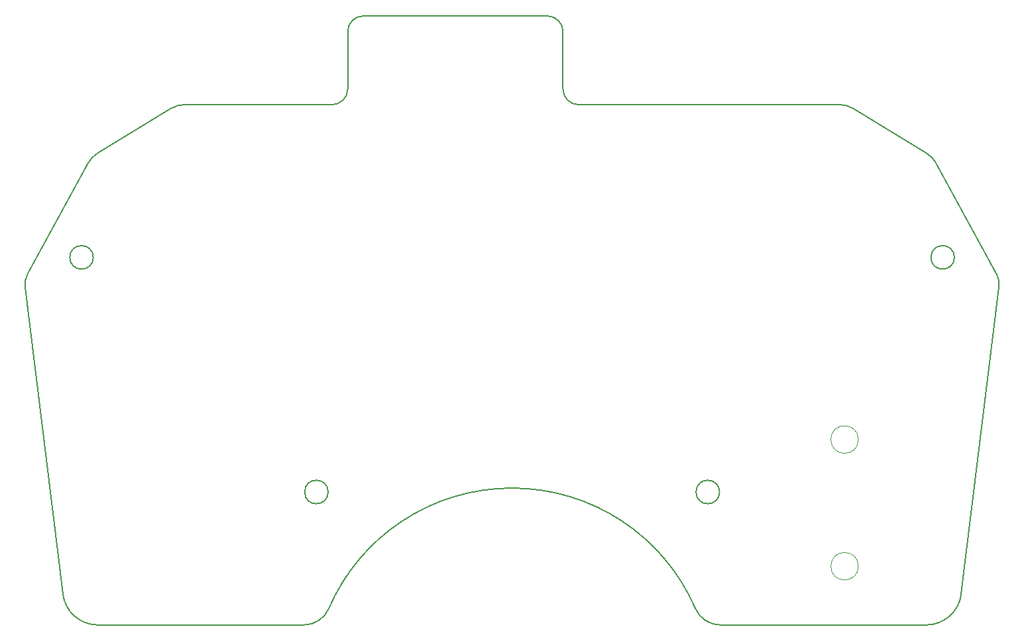
<source format=gbr>
%TF.GenerationSoftware,KiCad,Pcbnew,7.0.8*%
%TF.CreationDate,2023-10-07T23:20:30+02:00*%
%TF.ProjectId,FC_Wheel_PCB,46435f57-6865-4656-9c5f-5043422e6b69,rev?*%
%TF.SameCoordinates,Original*%
%TF.FileFunction,Profile,NP*%
%FSLAX46Y46*%
G04 Gerber Fmt 4.6, Leading zero omitted, Abs format (unit mm)*
G04 Created by KiCad (PCBNEW 7.0.8) date 2023-10-07 23:20:30*
%MOMM*%
%LPD*%
G01*
G04 APERTURE LIST*
%TA.AperFunction,Profile*%
%ADD10C,0.200000*%
%TD*%
%TA.AperFunction,Profile*%
%ADD11C,0.100000*%
%TD*%
G04 APERTURE END LIST*
D10*
X157299759Y-144669076D02*
X183597107Y-144669076D01*
X107699226Y-78145826D02*
G75*
G03*
X109699226Y-76145823I-26J2000026D01*
G01*
X68845668Y-99694715D02*
G75*
G03*
X68500001Y-101500000I2631932J-1439685D01*
G01*
X77801345Y-144669076D02*
X104098693Y-144669076D01*
X68500000Y-101500000D02*
X73312915Y-140698049D01*
X137199219Y-68804081D02*
G75*
G03*
X135199226Y-66804081I-2000019J-19D01*
G01*
X107699226Y-78145823D02*
X88812787Y-78145823D01*
X187199226Y-97669076D02*
G75*
G03*
X187199226Y-97669076I-1500000J0D01*
G01*
X172585665Y-78145823D02*
X139199226Y-78145823D01*
X157199226Y-127669076D02*
G75*
G03*
X157199226Y-127669076I-1500000J0D01*
G01*
X135199226Y-66804081D02*
X111699226Y-66804081D01*
X154116203Y-142574615D02*
G75*
G03*
X157299759Y-144669076I3183597J1372315D01*
G01*
X192898443Y-101499999D02*
G75*
G03*
X192552793Y-99694710I-2977743J365599D01*
G01*
X87251099Y-78584353D02*
X77646547Y-84440098D01*
X137199226Y-76145823D02*
X137199226Y-68804081D01*
X174147357Y-78584347D02*
G75*
G03*
X172585665Y-78145823I-1561757J-2561753D01*
G01*
X184822199Y-85561884D02*
G75*
G03*
X183751905Y-84440098I-2631899J-1439616D01*
G01*
X183597107Y-144669037D02*
G75*
G03*
X188085536Y-140698049I93J4522037D01*
G01*
X76576256Y-85561886D02*
X68845659Y-99694710D01*
X107199226Y-127669076D02*
G75*
G03*
X107199226Y-127669076I-1500000J0D01*
G01*
X183751905Y-84440098D02*
X174147353Y-78584353D01*
X188085537Y-140698049D02*
X192898452Y-101500000D01*
X77646541Y-84440088D02*
G75*
G03*
X76576256Y-85561886I1561759J-2561512D01*
G01*
X154116150Y-142574638D02*
G75*
G03*
X107282302Y-142574638I-23416924J-10094438D01*
G01*
X77199226Y-97669076D02*
G75*
G03*
X77199226Y-97669076I-1500000J0D01*
G01*
X109699226Y-68804081D02*
X109699226Y-76145823D01*
X73312837Y-140698059D02*
G75*
G03*
X77801345Y-144669076I4488463J551159D01*
G01*
X192552793Y-99694710D02*
X184822196Y-85561886D01*
X88812787Y-78145814D02*
G75*
G03*
X87251099Y-78584354I13J-2999986D01*
G01*
D11*
X174936522Y-137159806D02*
G75*
G03*
X174936522Y-137159806I-1759362J0D01*
G01*
D10*
X104098693Y-144669090D02*
G75*
G03*
X107282302Y-142574638I7J3466790D01*
G01*
X111699226Y-66804126D02*
G75*
G03*
X109699226Y-68804081I-26J-1999974D01*
G01*
X137199177Y-76145823D02*
G75*
G03*
X139199226Y-78145823I2000023J23D01*
G01*
D11*
X174936522Y-120964447D02*
G75*
G03*
X174936522Y-120964447I-1759362J0D01*
G01*
M02*

</source>
